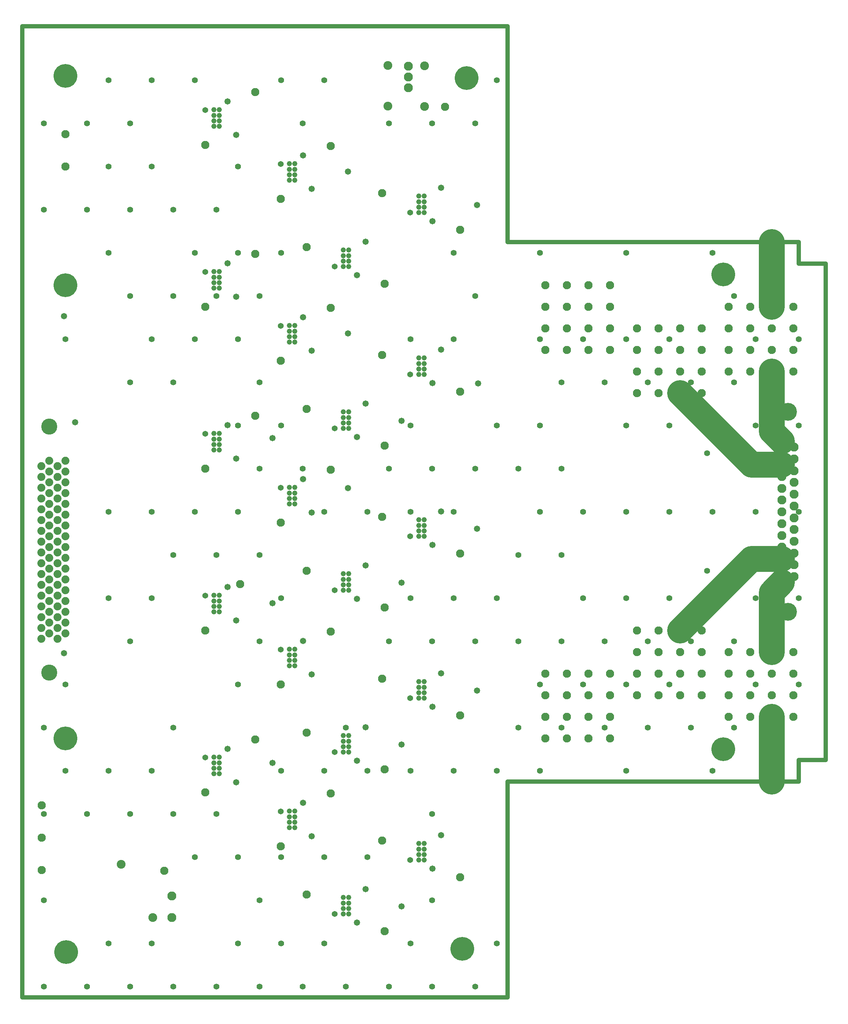
<source format=gbr>
%TF.GenerationSoftware,Altium Limited,Altium Designer,25.0.2 (28)*%
G04 Layer_Physical_Order=2*
G04 Layer_Color=32768*
%FSLAX45Y45*%
%MOMM*%
%TF.SameCoordinates,B88DCB4E-FD68-4634-876E-9F1E0B8218E1*%
%TF.FilePolarity,Negative*%
%TF.FileFunction,Copper,L2,Inr,Plane*%
%TF.Part,Single*%
G01*
G75*
%TA.AperFunction,NonConductor*%
%ADD45C,6.09600*%
%ADD46C,1.01600*%
%TA.AperFunction,ViaPad*%
%ADD47C,1.93040*%
%TA.AperFunction,ComponentPad*%
%ADD48C,2.06600*%
%TA.AperFunction,ViaPad*%
%ADD49C,5.58800*%
%TA.AperFunction,ComponentPad*%
%ADD50C,2.11600*%
%ADD51C,1.87960*%
%ADD52C,3.78460*%
%ADD53C,1.93040*%
%ADD54C,2.10600*%
%ADD55C,4.21600*%
%TA.AperFunction,ViaPad*%
%ADD56C,1.42240*%
%ADD57C,1.39700*%
%ADD58C,1.47320*%
%ADD59C,1.37160*%
%ADD60C,1.21600*%
D45*
X18034000Y12446000D02*
X19720001Y14132001D01*
X20432199D01*
X20192999Y20066000D02*
Y21589999D01*
Y17141200D02*
X20432201Y16902000D01*
X20192999Y17141200D02*
Y18542000D01*
X19720001Y16348000D02*
X20432199D01*
X18034000Y18034000D02*
X19720001Y16348000D01*
X20192999Y13338800D02*
X20432201Y13578000D01*
X20192999Y11938000D02*
Y13338800D01*
Y8890000D02*
Y10414000D01*
D46*
X13970000Y8890000D02*
X20828000D01*
X13970000Y3810000D02*
Y8890000D01*
X2540000Y3810000D02*
X13970000D01*
X2540000D02*
Y26670001D01*
X13970000D01*
Y21589999D02*
Y26670001D01*
Y21589999D02*
X20828000D01*
Y21082001D02*
Y21589999D01*
Y21082001D02*
X21463000D01*
Y9398000D02*
Y21082001D01*
X20828000Y9398000D02*
X21463000D01*
X20828000Y8890000D02*
Y9398000D01*
D47*
X2997200Y7569200D02*
D03*
Y8331200D02*
D03*
Y6807200D02*
D03*
X12496800Y24777699D02*
D03*
X5880100Y6794500D02*
D03*
X3556000Y23367999D02*
D03*
Y24130000D02*
D03*
X7670800Y13538200D02*
D03*
X8026400Y25120599D02*
D03*
X9804400Y23850600D02*
D03*
X8026400Y21310600D02*
D03*
X9804400Y20040601D02*
D03*
X8026400Y17500600D02*
D03*
X9804400Y16230600D02*
D03*
Y12420600D02*
D03*
X8026400Y9880600D02*
D03*
X9804400Y8610600D02*
D03*
X11074400Y5372100D02*
D03*
X12852400Y6642100D02*
D03*
X11074400Y9182100D02*
D03*
X12852400Y10452100D02*
D03*
Y21882100D02*
D03*
X11074400Y20612100D02*
D03*
X12852400Y18072099D02*
D03*
X11074400Y16802100D02*
D03*
X12852400Y14262100D02*
D03*
X11074400Y12992101D02*
D03*
X11010900Y22745700D02*
D03*
Y18935699D02*
D03*
Y15125700D02*
D03*
Y11315700D02*
D03*
Y7505700D02*
D03*
X8623300Y7366000D02*
D03*
Y11176000D02*
D03*
Y22606000D02*
D03*
Y14986000D02*
D03*
Y18796001D02*
D03*
X9232900Y6235700D02*
D03*
Y10045700D02*
D03*
Y21475700D02*
D03*
Y17665700D02*
D03*
Y13855701D02*
D03*
X6845300Y8636000D02*
D03*
Y12446000D02*
D03*
Y20066000D02*
D03*
Y23875999D02*
D03*
Y16256000D02*
D03*
D48*
X12014200Y25737299D02*
D03*
Y24783299D02*
D03*
X11150600Y24796001D02*
D03*
Y25750000D02*
D03*
X5613400Y5689600D02*
D03*
X4864100Y6941300D02*
D03*
D49*
X3568700Y4876800D02*
D03*
X19050000Y20828000D02*
D03*
Y9652000D02*
D03*
X3556000Y20574001D02*
D03*
Y9906000D02*
D03*
Y25501601D02*
D03*
X13004800Y25450800D02*
D03*
X12903200Y4953000D02*
D03*
D50*
X11633200Y25730200D02*
D03*
Y25476199D02*
D03*
Y25222200D02*
D03*
X6057900Y5689600D02*
D03*
Y6197600D02*
D03*
D51*
X3365500Y12255500D02*
D03*
Y12509500D02*
D03*
X3556000Y12382500D02*
D03*
X3365500Y12763500D02*
D03*
X3556000Y12636500D02*
D03*
X3365500Y13017500D02*
D03*
X3556000Y12890500D02*
D03*
X3365500Y13271500D02*
D03*
X3556000Y13144501D02*
D03*
X3365500Y13525500D02*
D03*
X3556000Y13398500D02*
D03*
X3365500Y13779500D02*
D03*
X3556000Y13652499D02*
D03*
X3365500Y14033501D02*
D03*
X3556000Y13906500D02*
D03*
X3365500Y14287500D02*
D03*
X3556000Y14160500D02*
D03*
X3365500Y14541499D02*
D03*
X3556000Y14414500D02*
D03*
X3365500Y14795500D02*
D03*
X3556000Y14668500D02*
D03*
X3365500Y15049500D02*
D03*
X3556000Y14922501D02*
D03*
X3365500Y15303500D02*
D03*
X3556000Y15176500D02*
D03*
X3365500Y15557500D02*
D03*
X3556000Y15430499D02*
D03*
X3365500Y15811501D02*
D03*
X3556000Y15684500D02*
D03*
X3365500Y16065500D02*
D03*
X3556000Y15938499D02*
D03*
X3365500Y16319501D02*
D03*
X3556000Y16192500D02*
D03*
Y16446500D02*
D03*
X2984500Y12255500D02*
D03*
Y12509500D02*
D03*
X3175000Y12382500D02*
D03*
X2984500Y12763500D02*
D03*
X3175000Y12636500D02*
D03*
X2984500Y13017500D02*
D03*
X3175000Y12890500D02*
D03*
X2984500Y13271500D02*
D03*
X3175000Y13144501D02*
D03*
X2984500Y13525500D02*
D03*
X3175000Y13398500D02*
D03*
X2984500Y13779500D02*
D03*
X3175000Y13652499D02*
D03*
X2984500Y14033501D02*
D03*
X3175000Y13906500D02*
D03*
X2984500Y14287500D02*
D03*
X3175000Y14160500D02*
D03*
X2984500Y14541499D02*
D03*
X3175000Y14414500D02*
D03*
X2984500Y14795500D02*
D03*
X3175000Y14668500D02*
D03*
X2984500Y15049500D02*
D03*
X3175000Y14922501D02*
D03*
X2984500Y15303500D02*
D03*
X3175000Y15176500D02*
D03*
X2984500Y15557500D02*
D03*
X3175000Y15430499D02*
D03*
X2984500Y15811501D02*
D03*
X3175000Y15684500D02*
D03*
X2984500Y16065500D02*
D03*
X3175000Y15938499D02*
D03*
X2984500Y16319501D02*
D03*
X3175000Y16192500D02*
D03*
Y16446500D02*
D03*
D52*
Y11455400D02*
D03*
Y17246600D02*
D03*
D53*
X16383000Y19050000D02*
D03*
Y19558000D02*
D03*
Y20066000D02*
D03*
Y20574001D02*
D03*
X15875000Y19050000D02*
D03*
Y19558000D02*
D03*
Y20066000D02*
D03*
Y20574001D02*
D03*
X15367000Y19050000D02*
D03*
Y19558000D02*
D03*
Y20066000D02*
D03*
Y20574001D02*
D03*
X14859000Y19050000D02*
D03*
Y19558000D02*
D03*
Y20066000D02*
D03*
Y20574001D02*
D03*
X18542000Y12446000D02*
D03*
Y11938000D02*
D03*
Y11430000D02*
D03*
Y10922000D02*
D03*
X18034000Y12446000D02*
D03*
Y11938000D02*
D03*
Y11430000D02*
D03*
Y10922000D02*
D03*
X17525999Y12446000D02*
D03*
Y11938000D02*
D03*
Y11430000D02*
D03*
Y10922000D02*
D03*
X17017999Y12446000D02*
D03*
Y11938000D02*
D03*
Y11430000D02*
D03*
Y10922000D02*
D03*
X20700999Y11938000D02*
D03*
Y11430000D02*
D03*
Y10922000D02*
D03*
Y10414000D02*
D03*
X20192999Y11938000D02*
D03*
Y11430000D02*
D03*
Y10922000D02*
D03*
Y10414000D02*
D03*
X19685001Y11938000D02*
D03*
Y11430000D02*
D03*
Y10922000D02*
D03*
Y10414000D02*
D03*
X19177000Y11938000D02*
D03*
Y11430000D02*
D03*
Y10922000D02*
D03*
Y10414000D02*
D03*
X20700999Y18542000D02*
D03*
Y19050000D02*
D03*
Y19558000D02*
D03*
Y20066000D02*
D03*
X20192999Y18542000D02*
D03*
Y19050000D02*
D03*
Y19558000D02*
D03*
Y20066000D02*
D03*
X19685001Y18542000D02*
D03*
Y19050000D02*
D03*
Y19558000D02*
D03*
Y20066000D02*
D03*
X19177000Y18542000D02*
D03*
Y19050000D02*
D03*
Y19558000D02*
D03*
Y20066000D02*
D03*
X16383000Y11430000D02*
D03*
Y10922000D02*
D03*
Y10414000D02*
D03*
Y9906000D02*
D03*
X15875000Y11430000D02*
D03*
Y10922000D02*
D03*
Y10414000D02*
D03*
Y9906000D02*
D03*
X15367000Y11430000D02*
D03*
Y10922000D02*
D03*
Y10414000D02*
D03*
Y9906000D02*
D03*
X14859000Y11430000D02*
D03*
Y10922000D02*
D03*
Y10414000D02*
D03*
Y9906000D02*
D03*
X18542000Y18034000D02*
D03*
Y18542000D02*
D03*
Y19050000D02*
D03*
Y19558000D02*
D03*
X18034000Y18034000D02*
D03*
Y18542000D02*
D03*
Y19050000D02*
D03*
Y19558000D02*
D03*
X17525999Y18034000D02*
D03*
Y18542000D02*
D03*
Y19050000D02*
D03*
Y19558000D02*
D03*
X17017999Y18034000D02*
D03*
Y18542000D02*
D03*
Y19050000D02*
D03*
Y19558000D02*
D03*
D54*
X20716200Y13716499D02*
D03*
Y13993500D02*
D03*
Y14270500D02*
D03*
Y14547501D02*
D03*
Y14824500D02*
D03*
Y15101500D02*
D03*
Y15378500D02*
D03*
Y15655499D02*
D03*
Y15932500D02*
D03*
Y16209500D02*
D03*
Y16486501D02*
D03*
Y16763499D02*
D03*
X20432201Y13578000D02*
D03*
Y13855000D02*
D03*
Y14132001D02*
D03*
Y14409000D02*
D03*
Y14686000D02*
D03*
Y14963000D02*
D03*
Y16625000D02*
D03*
Y16902000D02*
D03*
Y16071001D02*
D03*
Y16348000D02*
D03*
Y15794000D02*
D03*
Y15517000D02*
D03*
Y15239999D02*
D03*
D55*
X20574200Y17595000D02*
D03*
Y12885001D02*
D03*
D56*
X20828000Y19303999D02*
D03*
Y17272000D02*
D03*
Y15239999D02*
D03*
Y13208000D02*
D03*
Y11176000D02*
D03*
X19303999Y20320000D02*
D03*
X19812000Y19303999D02*
D03*
X19303999Y18288000D02*
D03*
X19812000Y17272000D02*
D03*
Y15239999D02*
D03*
Y13208000D02*
D03*
X19303999Y12192000D02*
D03*
X19812000Y11176000D02*
D03*
X19303999Y10160000D02*
D03*
X18796001Y21336000D02*
D03*
X18288000Y18288000D02*
D03*
X18796001Y15239999D02*
D03*
X18288000Y12192000D02*
D03*
Y10160000D02*
D03*
X18796001Y9144000D02*
D03*
X17780000Y19303999D02*
D03*
X17272000Y18288000D02*
D03*
X17780000Y17272000D02*
D03*
Y15239999D02*
D03*
Y13208000D02*
D03*
X17272000Y12192000D02*
D03*
X17780000Y11176000D02*
D03*
X17272000Y10160000D02*
D03*
X16764000Y21336000D02*
D03*
Y19303999D02*
D03*
X16256000Y18288000D02*
D03*
X16764000Y17272000D02*
D03*
Y15239999D02*
D03*
Y13208000D02*
D03*
X16256000Y12192000D02*
D03*
X16764000Y11176000D02*
D03*
X16256000Y10160000D02*
D03*
X16764000Y9144000D02*
D03*
X15748000Y19303999D02*
D03*
X15239999Y18288000D02*
D03*
Y16256000D02*
D03*
X15748000Y15239999D02*
D03*
X15239999Y14224001D02*
D03*
X15748000Y13208000D02*
D03*
X15239999Y12192000D02*
D03*
X15748000Y11176000D02*
D03*
X15239999Y10160000D02*
D03*
X14732001Y21336000D02*
D03*
Y19303999D02*
D03*
Y17272000D02*
D03*
X14224001Y16256000D02*
D03*
X14732001Y15239999D02*
D03*
X14224001Y14224001D02*
D03*
Y12192000D02*
D03*
X14732001Y11176000D02*
D03*
X14224001Y10160000D02*
D03*
X14732001Y9144000D02*
D03*
X13716000Y25400000D02*
D03*
X13208000Y24384000D02*
D03*
Y20320000D02*
D03*
X13716000Y17272000D02*
D03*
X13208000Y16256000D02*
D03*
X13716000Y13208000D02*
D03*
X13208000Y12192000D02*
D03*
X13716000Y9144000D02*
D03*
Y5080000D02*
D03*
X13208000Y4064000D02*
D03*
X12192000Y24384000D02*
D03*
X12700000Y21336000D02*
D03*
Y19303999D02*
D03*
X12192000Y16256000D02*
D03*
X12700000Y15239999D02*
D03*
Y13208000D02*
D03*
X12192000Y12192000D02*
D03*
X12700000Y9144000D02*
D03*
X12192000Y8128000D02*
D03*
Y6096000D02*
D03*
Y4064000D02*
D03*
X11176000Y24384000D02*
D03*
X11684000Y19303999D02*
D03*
Y17272000D02*
D03*
X11176000Y16256000D02*
D03*
X11684000Y15239999D02*
D03*
Y13208000D02*
D03*
X11176000Y12192000D02*
D03*
X11684000Y9144000D02*
D03*
Y5080000D02*
D03*
X11176000Y4064000D02*
D03*
X10668000Y15239999D02*
D03*
X10160000Y10160000D02*
D03*
X10668000Y9144000D02*
D03*
Y7112000D02*
D03*
X10160000Y4064000D02*
D03*
X9652000Y25400000D02*
D03*
X9144000Y24384000D02*
D03*
Y16256000D02*
D03*
X9652000Y15239999D02*
D03*
Y9144000D02*
D03*
Y7112000D02*
D03*
Y5080000D02*
D03*
X9144000Y4064000D02*
D03*
X8636000Y25400000D02*
D03*
Y21336000D02*
D03*
X8128000Y20320000D02*
D03*
Y18288000D02*
D03*
X8636000Y17272000D02*
D03*
X8128000Y16256000D02*
D03*
Y14224001D02*
D03*
X8636000Y13208000D02*
D03*
X8128000Y12192000D02*
D03*
X8636000Y9144000D02*
D03*
Y7112000D02*
D03*
X8128000Y6096000D02*
D03*
X8636000Y5080000D02*
D03*
X8128000Y4064000D02*
D03*
X7620000Y23367999D02*
D03*
X7112000Y22352000D02*
D03*
X7620000Y21336000D02*
D03*
X7112000Y20320000D02*
D03*
X7620000Y19303999D02*
D03*
Y17272000D02*
D03*
Y15239999D02*
D03*
X7112000Y14224001D02*
D03*
X7620000Y11176000D02*
D03*
X7112000Y8128000D02*
D03*
X7620000Y7112000D02*
D03*
Y5080000D02*
D03*
X7112000Y4064000D02*
D03*
X6604000Y25400000D02*
D03*
X6096000Y22352000D02*
D03*
X6604000Y21336000D02*
D03*
X6096000Y20320000D02*
D03*
X6604000Y19303999D02*
D03*
X6096000Y18288000D02*
D03*
X6604000Y15239999D02*
D03*
X6096000Y14224001D02*
D03*
Y10160000D02*
D03*
Y8128000D02*
D03*
X6604000Y7112000D02*
D03*
X6096000Y4064000D02*
D03*
X5588000Y25400000D02*
D03*
X5080000Y24384000D02*
D03*
X5588000Y23367999D02*
D03*
X5080000Y22352000D02*
D03*
Y20320000D02*
D03*
X5588000Y19303999D02*
D03*
X5080000Y18288000D02*
D03*
X5588000Y15239999D02*
D03*
Y13208000D02*
D03*
X5080000Y12192000D02*
D03*
X5588000Y9144000D02*
D03*
X5080000Y8128000D02*
D03*
X5588000Y5080000D02*
D03*
X5080000Y4064000D02*
D03*
X4572000Y25400000D02*
D03*
X4064000Y24384000D02*
D03*
X4572000Y23367999D02*
D03*
X4064000Y22352000D02*
D03*
X4572000Y21336000D02*
D03*
Y15239999D02*
D03*
Y13208000D02*
D03*
Y9144000D02*
D03*
X4064000Y8128000D02*
D03*
X4572000Y5080000D02*
D03*
X4064000Y4064000D02*
D03*
X3048000Y24384000D02*
D03*
Y22352000D02*
D03*
X3556000Y19303999D02*
D03*
Y11176000D02*
D03*
X3048000Y10160000D02*
D03*
X3556000Y9144000D02*
D03*
X3048000Y8128000D02*
D03*
Y6096000D02*
D03*
Y4064000D02*
D03*
D57*
X18669000Y13855000D02*
D03*
Y16625002D02*
D03*
D58*
X8432800Y9334500D02*
D03*
Y13093700D02*
D03*
X10210800Y15798801D02*
D03*
X8432800Y16979900D02*
D03*
X10210800Y19443700D02*
D03*
Y23253700D02*
D03*
X13271500Y18262601D02*
D03*
X3517900Y19850101D02*
D03*
X11468100Y5956300D02*
D03*
Y9766300D02*
D03*
X13246100Y11036300D02*
D03*
X11468100Y13576300D02*
D03*
X13246100Y22466299D02*
D03*
X11468100Y17386301D02*
D03*
X13246100Y14846300D02*
D03*
X10417600Y5575300D02*
D03*
X10628300Y6362700D02*
D03*
X12195600Y6845300D02*
D03*
X12406300Y7632700D02*
D03*
X10417600Y9385300D02*
D03*
X10628300Y10172700D02*
D03*
X12195600Y10655300D02*
D03*
X12406300Y11442700D02*
D03*
X10417600Y13195300D02*
D03*
X10628300Y13982700D02*
D03*
X12195600Y14465300D02*
D03*
X12406300Y15252699D02*
D03*
X10417090Y17005811D02*
D03*
X10628300Y17792700D02*
D03*
X12195090Y18275810D02*
D03*
X12406300Y19062700D02*
D03*
X10417600Y20815300D02*
D03*
X10628300Y21602699D02*
D03*
X12195600Y22085300D02*
D03*
X12406300Y22872701D02*
D03*
X9357790Y7607810D02*
D03*
X9147090Y8395210D02*
D03*
X7579790Y8877810D02*
D03*
X7369090Y9665210D02*
D03*
X9357790Y11417810D02*
D03*
X9147090Y12205210D02*
D03*
X7579790Y12687810D02*
D03*
X7369090Y13475211D02*
D03*
X9357790Y15227811D02*
D03*
X9147090Y16015210D02*
D03*
X7579790Y16497810D02*
D03*
X7369090Y17285210D02*
D03*
X9357790Y19037810D02*
D03*
X9147090Y19825211D02*
D03*
X7579790Y20307809D02*
D03*
X7369090Y21095210D02*
D03*
X9357790Y22847810D02*
D03*
X9147600Y23634700D02*
D03*
X7579790Y24117810D02*
D03*
X7369600Y24904700D02*
D03*
X3517900Y11912600D02*
D03*
X3784600Y17348199D02*
D03*
D59*
X8627500Y8191500D02*
D03*
X6849500Y9461500D02*
D03*
X8627500Y12001500D02*
D03*
X6849500Y13271500D02*
D03*
X8627500Y15811501D02*
D03*
X6849500Y17081500D02*
D03*
X8627500Y19621500D02*
D03*
X6849500Y20891499D02*
D03*
X8627500Y23431500D02*
D03*
X6849500Y24701500D02*
D03*
X9897500Y5778500D02*
D03*
X11675500Y7048500D02*
D03*
X9897500Y9588500D02*
D03*
X11675500Y10858500D02*
D03*
X9897500Y13398500D02*
D03*
X11675500Y14668500D02*
D03*
X9897500Y17208501D02*
D03*
X11675500Y18478500D02*
D03*
X9897500Y21018500D02*
D03*
X11675500Y22288499D02*
D03*
D60*
X12003000Y7044000D02*
D03*
X11873000D02*
D03*
X12003000Y7434000D02*
D03*
X11873000D02*
D03*
X12003000Y7304000D02*
D03*
X11873000D02*
D03*
X12003000Y7174000D02*
D03*
X11873000D02*
D03*
X12003000Y10854000D02*
D03*
X11873000D02*
D03*
X12003000Y11244000D02*
D03*
X11873000D02*
D03*
X12003000Y11114000D02*
D03*
X11873000D02*
D03*
X12003000Y10984000D02*
D03*
X11873000D02*
D03*
X12003000Y22284000D02*
D03*
X11873000D02*
D03*
X12003000Y22674001D02*
D03*
X11873000D02*
D03*
X12003000Y22544000D02*
D03*
X11873000D02*
D03*
X12003000Y22414000D02*
D03*
X11873000D02*
D03*
X12003000Y18474001D02*
D03*
X11873000D02*
D03*
X12003000Y18864000D02*
D03*
X11873000D02*
D03*
X12003000Y18734000D02*
D03*
X11873000D02*
D03*
X12003000Y18603999D02*
D03*
X11873000D02*
D03*
X12003000Y14664000D02*
D03*
X11873000D02*
D03*
X12003000Y15053999D02*
D03*
X11873000D02*
D03*
X12003000Y14924001D02*
D03*
X11873000D02*
D03*
X12003000Y14794000D02*
D03*
X11873000D02*
D03*
X8955000Y8196000D02*
D03*
X8825000D02*
D03*
X8955000Y7806000D02*
D03*
X8825000D02*
D03*
X8955000Y7936000D02*
D03*
X8825000D02*
D03*
X8955000Y8066000D02*
D03*
X8825000D02*
D03*
X8955000Y23436000D02*
D03*
X8825000D02*
D03*
X8955000Y23046001D02*
D03*
X8825000D02*
D03*
X8955000Y23175999D02*
D03*
X8825000D02*
D03*
X8955000Y23306000D02*
D03*
X8825000D02*
D03*
X8955000Y19625999D02*
D03*
X8825000D02*
D03*
X8955000Y19236000D02*
D03*
X8825000D02*
D03*
X8955000Y19366000D02*
D03*
X8825000D02*
D03*
X8955000Y19496001D02*
D03*
X8825000D02*
D03*
X8955000Y12006000D02*
D03*
X8825000D02*
D03*
X8955000Y11616000D02*
D03*
X8825000D02*
D03*
X8955000Y11746000D02*
D03*
X8825000D02*
D03*
X8955000Y11876000D02*
D03*
X8825000D02*
D03*
X8955000Y15816000D02*
D03*
X8825000D02*
D03*
X8955000Y15425999D02*
D03*
X8825000D02*
D03*
X8955000Y15556000D02*
D03*
X8825000D02*
D03*
X8955000Y15686000D02*
D03*
X8825000D02*
D03*
X10225000Y5774000D02*
D03*
X10095000D02*
D03*
X10225000Y6164000D02*
D03*
X10095000D02*
D03*
X10225000Y6034000D02*
D03*
X10095000D02*
D03*
X10225000Y5904000D02*
D03*
X10095000D02*
D03*
X10225000Y9584000D02*
D03*
X10095000D02*
D03*
X10225000Y9974000D02*
D03*
X10095000D02*
D03*
X10225000Y9844000D02*
D03*
X10095000D02*
D03*
X10225000Y9714000D02*
D03*
X10095000D02*
D03*
X10225000Y21014000D02*
D03*
X10095000D02*
D03*
X10225000Y21403999D02*
D03*
X10095000D02*
D03*
X10225000Y21274001D02*
D03*
X10095000D02*
D03*
X10225000Y21144000D02*
D03*
X10095000D02*
D03*
X10225000Y17203999D02*
D03*
X10095000D02*
D03*
X10225000Y17594000D02*
D03*
X10095000D02*
D03*
X10225000Y17464000D02*
D03*
X10095000D02*
D03*
X10225000Y17334000D02*
D03*
X10095000D02*
D03*
X10225000Y13394000D02*
D03*
X10095000D02*
D03*
X10225000Y13784000D02*
D03*
X10095000D02*
D03*
X10225000Y13653999D02*
D03*
X10095000D02*
D03*
X10225000Y13524001D02*
D03*
X10095000D02*
D03*
X7177000Y24706000D02*
D03*
X7047000D02*
D03*
X7177000Y24316000D02*
D03*
X7047000D02*
D03*
X7177000Y24446001D02*
D03*
X7047000D02*
D03*
X7177000Y24575999D02*
D03*
X7047000D02*
D03*
X7177000Y20896001D02*
D03*
X7047000D02*
D03*
X7177000Y20506000D02*
D03*
X7047000D02*
D03*
X7177000Y20636000D02*
D03*
X7047000D02*
D03*
X7177000Y20766000D02*
D03*
X7047000D02*
D03*
X7177000Y9466000D02*
D03*
X7047000D02*
D03*
X7177000Y9076000D02*
D03*
X7047000D02*
D03*
X7177000Y9206000D02*
D03*
X7047000D02*
D03*
X7177000Y9336000D02*
D03*
X7047000D02*
D03*
X7177000Y13275999D02*
D03*
X7047000D02*
D03*
X7177000Y12886000D02*
D03*
X7047000D02*
D03*
X7177000Y13016000D02*
D03*
X7047000D02*
D03*
X7177000Y13146001D02*
D03*
X7047000D02*
D03*
X7177000Y17086000D02*
D03*
X7047000D02*
D03*
X7177000Y16696001D02*
D03*
X7047000D02*
D03*
X7177000Y16825999D02*
D03*
X7047000D02*
D03*
X7177000Y16956000D02*
D03*
X7047000D02*
D03*
%TF.MD5,81cfb5a6b00b4e842d4bd0f954466ec3*%
M02*

</source>
